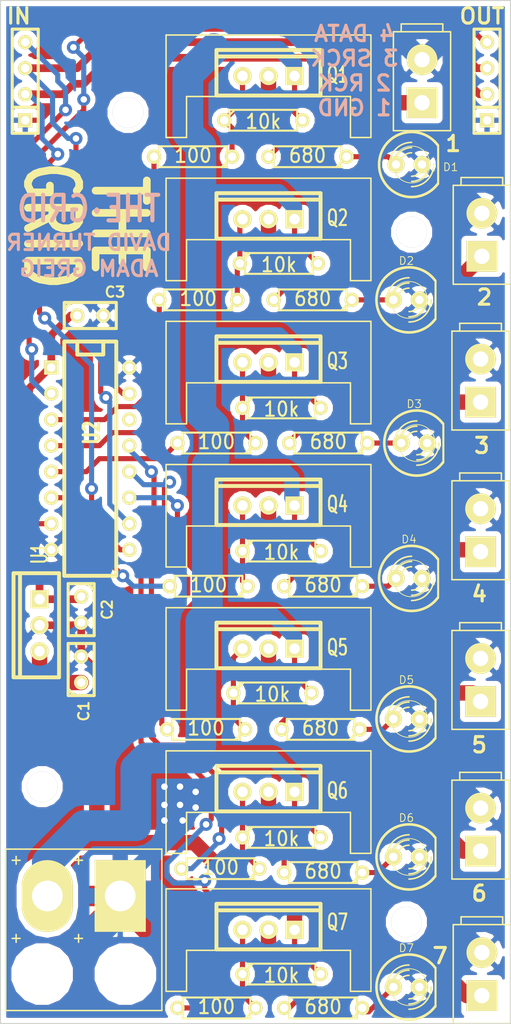
<source format=kicad_pcb>
(kicad_pcb (version 20171130) (host pcbnew "(5.1.12)-1")
  (layers (0 F.Cu signal) (31 B.Cu signal) (34 B.Paste user hide) (35 F.Paste user hide) (36 B.SilkS user hide) (37 F.SilkS user) (38 B.Mask user) (39 F.Mask user hide) (44 Edge.Cuts user))
  (net 0 "")
  (net 1 "Net-(D1-Pad1)")
  (net 2 GND)
  (net 3 "Net-(D2-Pad1)")
  (net 4 "Net-(D3-Pad1)")
  (net 5 "Net-(D4-Pad1)")
  (net 6 "Net-(D5-Pad1)")
  (net 7 "Net-(D6-Pad1)")
  (net 8 "Net-(D7-Pad1)")
  (net 9 "Net-(P4-Pad1)")
  (net 10 "Net-(P5-Pad1)")
  (net 11 "Net-(P7-Pad1)")
  (net 12 "Net-(P9-Pad1)")
  (net 13 "Net-(P10-Pad1)")
  (net 14 +12V)
  (net 15 "Net-(R2-Pad2)")
  (net 16 "Net-(R8-Pad2)")
  (net 17 "Net-(R14-Pad2)")
  (net 18 +5V)
  (net 19 "Net-(Q1-Pad2)")
  (net 20 "Net-(Q2-Pad2)")
  (net 21 "Net-(Q3-Pad2)")
  (net 22 "Net-(Q4-Pad2)")
  (net 23 "Net-(Q5-Pad2)")
  (net 24 "Net-(Q6-Pad2)")
  (net 25 "Net-(Q7-Pad2)")
  (net 26 "Net-(P2-Pad2)")
  (net 27 "Net-(P6-Pad1)")
  (net 28 "Net-(P8-Pad1)")
  (net 29 "Net-(R4-Pad2)")
  (net 30 "Net-(R6-Pad2)")
  (net 31 "Net-(R10-Pad2)")
  (net 32 "Net-(R12-Pad2)")
  (net 33 "Net-(P2-Pad3)")
  (net 34 "Net-(P2-Pad4)")
  (net 35 "Net-(P3-Pad4)")
  (module Sockets_DIP:DIP-16__300 (layer F.Cu) (at 130.175 63.5 270)
    (fp_text reference U2 (at -2.54 -0.127 270) (layer F.SilkS) (effects (font (size 1.524 1.143) (thickness 0.3048))))
    (fp_text value TPIC6C595 hide)
    (pad 1 thru_hole rect (at -8.89 3.81 270) (size 1.397 1.397) (drill 0.8128) (layers *.Cu *.Mask F.SilkS) (net 18 +5V))
    (pad 2 thru_hole circle (at -6.35 3.81 270) (size 1.397 1.397) (drill 0.8128) (layers *.Cu *.Mask F.SilkS) (net 34 "Net-(P2-Pad4)"))
    (pad 3 thru_hole circle (at -3.81 3.81 270) (size 1.397 1.397) (drill 0.8128) (layers *.Cu *.Mask F.SilkS) (net 15 "Net-(R2-Pad2)"))
    (pad 4 thru_hole circle (at -1.27 3.81 270) (size 1.397 1.397) (drill 0.8128) (layers *.Cu *.Mask F.SilkS) (net 29 "Net-(R4-Pad2)"))
    (pad 5 thru_hole circle (at 1.27 3.81 270) (size 1.397 1.397) (drill 0.8128) (layers *.Cu *.Mask F.SilkS) (net 30 "Net-(R6-Pad2)"))
    (pad 6 thru_hole circle (at 3.81 3.81 270) (size 1.397 1.397) (drill 0.8128) (layers *.Cu *.Mask F.SilkS) (net 16 "Net-(R8-Pad2)"))
    (pad 7 thru_hole circle (at 6.35 3.81 270) (size 1.397 1.397) (drill 0.8128) (layers *.Cu *.Mask F.SilkS) (net 18 +5V))
    (pad 8 thru_hole circle (at 8.89 3.81 270) (size 1.397 1.397) (drill 0.8128) (layers *.Cu *.Mask F.SilkS) (net 2 GND))
    (pad 9 thru_hole circle (at 8.89 -3.81 270) (size 1.397 1.397) (drill 0.8128) (layers *.Cu *.Mask F.SilkS) (net 35 "Net-(P3-Pad4)"))
    (pad 10 thru_hole circle (at 6.35 -3.81 270) (size 1.397 1.397) (drill 0.8128) (layers *.Cu *.Mask F.SilkS) (net 26 "Net-(P2-Pad2)"))
    (pad 11 thru_hole circle (at 3.81 -3.81 270) (size 1.397 1.397) (drill 0.8128) (layers *.Cu *.Mask F.SilkS) (net 17 "Net-(R14-Pad2)"))
    (pad 12 thru_hole circle (at 1.27 -3.81 270) (size 1.397 1.397) (drill 0.8128) (layers *.Cu *.Mask F.SilkS) (net 31 "Net-(R10-Pad2)"))
    (pad 13 thru_hole circle (at -1.27 -3.81 270) (size 1.397 1.397) (drill 0.8128) (layers *.Cu *.Mask F.SilkS) (net 32 "Net-(R12-Pad2)"))
    (pad 14 thru_hole circle (at -3.81 -3.81 270) (size 1.397 1.397) (drill 0.8128) (layers *.Cu *.Mask F.SilkS))
    (pad 15 thru_hole circle (at -6.35 -3.81 270) (size 1.397 1.397) (drill 0.8128) (layers *.Cu *.Mask F.SilkS) (net 33 "Net-(P2-Pad3)"))
    (pad 16 thru_hole circle (at -8.89 -3.81 270) (size 1.397 1.397) (drill 0.8128) (layers *.Cu *.Mask F.SilkS) (net 2 GND))
  )
  (module Discret:TO220_VERT (layer F.Cu) (at 125.222 79.756 180)
    (fp_text reference U1 (at 0 6.985 270) (layer F.SilkS) (effects (font (size 1.524 1.016) (thickness 0.2032))))
    (fp_text value UA7805CKCS hide)
    (pad 2 thru_hole circle (at 0 -2.54 180) (size 1.778 1.778) (drill 1.016) (layers *.Cu *.Mask F.SilkS) (net 14 +12V))
    (pad 3 thru_hole circle (at 0 0 180) (size 1.778 1.778) (drill 1.016) (layers *.Cu *.Mask F.SilkS) (net 2 GND))
    (pad 1 thru_hole rect (at 0 2.54 180) (size 1.778 1.778) (drill 1.016) (layers *.Cu *.Mask F.SilkS) (net 18 +5V))
  )
  (module LEDs:LED-5MM (layer F.Cu) (at 161.29 34.798)
    (fp_text reference D1 (at 4.064 0.254) (layer F.SilkS) (effects (font (size 0.762 0.762) (thickness 0.0889))))
    (fp_text value LED hide)
    (pad 1 thru_hole circle (at -1.27 0) (size 1.6764 1.6764) (drill 0.8128) (layers *.Cu *.Mask F.SilkS) (net 1 "Net-(D1-Pad1)"))
    (pad 2 thru_hole circle (at 1.27 0) (size 1.6764 1.6764) (drill 0.8128) (layers *.Cu *.Mask F.SilkS) (net 2 GND))
  )
  (module LEDs:LED-5MM (layer F.Cu) (at 161.036 48.006)
    (fp_text reference D2 (at 0 -3.81) (layer F.SilkS) (effects (font (size 0.762 0.762) (thickness 0.0889))))
    (fp_text value LED hide)
    (pad 1 thru_hole circle (at -1.27 0) (size 1.6764 1.6764) (drill 0.8128) (layers *.Cu *.Mask F.SilkS) (net 3 "Net-(D2-Pad1)"))
    (pad 2 thru_hole circle (at 1.27 0) (size 1.6764 1.6764) (drill 0.8128) (layers *.Cu *.Mask F.SilkS) (net 2 GND))
  )
  (module LEDs:LED-5MM (layer F.Cu) (at 161.798 61.976)
    (fp_text reference D3 (at 0 -3.81) (layer F.SilkS) (effects (font (size 0.762 0.762) (thickness 0.0889))))
    (fp_text value LED hide)
    (pad 1 thru_hole circle (at -1.27 0) (size 1.6764 1.6764) (drill 0.8128) (layers *.Cu *.Mask F.SilkS) (net 4 "Net-(D3-Pad1)"))
    (pad 2 thru_hole circle (at 1.27 0) (size 1.6764 1.6764) (drill 0.8128) (layers *.Cu *.Mask F.SilkS) (net 2 GND))
  )
  (module LEDs:LED-5MM (layer F.Cu) (at 161.29 75.184)
    (fp_text reference D4 (at 0 -3.81) (layer F.SilkS) (effects (font (size 0.762 0.762) (thickness 0.0889))))
    (fp_text value LED hide)
    (pad 1 thru_hole circle (at -1.27 0) (size 1.6764 1.6764) (drill 0.8128) (layers *.Cu *.Mask F.SilkS) (net 5 "Net-(D4-Pad1)"))
    (pad 2 thru_hole circle (at 1.27 0) (size 1.6764 1.6764) (drill 0.8128) (layers *.Cu *.Mask F.SilkS) (net 2 GND))
  )
  (module LEDs:LED-5MM (layer F.Cu) (at 161.036 88.9)
    (fp_text reference D5 (at 0 -3.81) (layer F.SilkS) (effects (font (size 0.762 0.762) (thickness 0.0889))))
    (fp_text value LED hide)
    (pad 1 thru_hole circle (at -1.27 0) (size 1.6764 1.6764) (drill 0.8128) (layers *.Cu *.Mask F.SilkS) (net 6 "Net-(D5-Pad1)"))
    (pad 2 thru_hole circle (at 1.27 0) (size 1.6764 1.6764) (drill 0.8128) (layers *.Cu *.Mask F.SilkS) (net 2 GND))
  )
  (module LEDs:LED-5MM (layer F.Cu) (at 161.036 102.362)
    (fp_text reference D6 (at 0 -3.81) (layer F.SilkS) (effects (font (size 0.762 0.762) (thickness 0.0889))))
    (fp_text value LED hide)
    (pad 1 thru_hole circle (at -1.27 0) (size 1.6764 1.6764) (drill 0.8128) (layers *.Cu *.Mask F.SilkS) (net 7 "Net-(D6-Pad1)"))
    (pad 2 thru_hole circle (at 1.27 0) (size 1.6764 1.6764) (drill 0.8128) (layers *.Cu *.Mask F.SilkS) (net 2 GND))
  )
  (module LEDs:LED-5MM (layer F.Cu) (at 161.036 115.062)
    (fp_text reference D7 (at 0 -3.81) (layer F.SilkS) (effects (font (size 0.762 0.762) (thickness 0.0889))))
    (fp_text value LED hide)
    (pad 1 thru_hole circle (at -1.27 0) (size 1.6764 1.6764) (drill 0.8128) (layers *.Cu *.Mask F.SilkS) (net 8 "Net-(D7-Pad1)"))
    (pad 2 thru_hole circle (at 1.27 0) (size 1.6764 1.6764) (drill 0.8128) (layers *.Cu *.Mask F.SilkS) (net 2 GND))
  )
  (module Discret:C1 (layer F.Cu) (at 129.286 84.074 90)
    (fp_text reference C1 (at -4.064 0.254 90) (layer F.SilkS) (effects (font (size 1.016 1.016) (thickness 0.2032))))
    (fp_text value .33u hide)
    (pad 1 thru_hole circle (at -1.27 0 90) (size 1.397 1.397) (drill 0.8128) (layers *.Cu *.Mask F.SilkS) (net 14 +12V))
    (pad 2 thru_hole circle (at 1.27 0 90) (size 1.397 1.397) (drill 0.8128) (layers *.Cu *.Mask F.SilkS) (net 2 GND))
  )
  (module Discret:C1 (layer F.Cu) (at 129.286 78.232 270)
    (fp_text reference C2 (at 0 -2.54 270) (layer F.SilkS) (effects (font (size 1.016 1.016) (thickness 0.2032))))
    (fp_text value .1u hide)
    (pad 1 thru_hole circle (at -1.27 0 270) (size 1.397 1.397) (drill 0.8128) (layers *.Cu *.Mask F.SilkS) (net 18 +5V))
    (pad 2 thru_hole circle (at 1.27 0 270) (size 1.397 1.397) (drill 0.8128) (layers *.Cu *.Mask F.SilkS) (net 2 GND))
  )
  (module Discret:C1 (layer F.Cu) (at 130.175 49.53)
    (fp_text reference C3 (at 2.413 -2.286) (layer F.SilkS) (effects (font (size 1.016 1.016) (thickness 0.2032))))
    (fp_text value 100n hide)
    (pad 1 thru_hole circle (at -1.27 0) (size 1.397 1.397) (drill 0.8128) (layers *.Cu *.Mask F.SilkS) (net 18 +5V))
    (pad 2 thru_hole circle (at 1.27 0) (size 1.397 1.397) (drill 0.8128) (layers *.Cu *.Mask F.SilkS) (net 2 GND))
  )
  (module solder_pad:SIL-2 (layer F.Cu) (at 129.54 107.188 180)
    (fp_text reference P1 hide)
    (fp_text value POWER hide)
    (fp_text user + (at 0.508 -3.048 180) (layer F.SilkS))
    (fp_text user + (at 6.604 -3.048 180) (layer F.SilkS))
    (fp_text user + (at 0.508 4.572 180) (layer F.SilkS))
    (fp_text user + (at 6.604 4.572 180) (layer F.SilkS))
    (pad 1 thru_hole rect (at -3.556 1.016 180) (size 5 7) (drill 3) (layers *.Cu *.Mask F.SilkS) (net 2 GND))
    (pad 2 thru_hole oval (at 3.556 1.016 180) (size 5 7) (drill 3) (layers *.Cu *.Mask F.SilkS) (net 14 +12V))
    (pad "" np_thru_hole circle (at -4.064 -6.604 180) (size 5 5) (drill 5) (layers *.Cu *.Mask F.SilkS))
    (pad "" np_thru_hole circle (at 4.064 -6.604 180) (size 5 5) (drill 5) (layers *.Cu *.Mask F.SilkS))
  )
  (module Connect:SIL-4 (layer F.Cu) (at 123.825 26.67 90)
    (fp_text reference P2 hide)
    (fp_text value SHIFT_IN hide)
    (pad 1 thru_hole rect (at -3.81 0 90) (size 1.397 1.397) (drill 0.8128) (layers *.Cu *.Mask F.SilkS) (net 2 GND))
    (pad 2 thru_hole circle (at -1.27 0 90) (size 1.397 1.397) (drill 0.8128) (layers *.Cu *.Mask F.SilkS) (net 26 "Net-(P2-Pad2)"))
    (pad 3 thru_hole circle (at 1.27 0 90) (size 1.397 1.397) (drill 0.8128) (layers *.Cu *.Mask F.SilkS) (net 33 "Net-(P2-Pad3)"))
    (pad 4 thru_hole circle (at 3.81 0 90) (size 1.397 1.397) (drill 0.8128) (layers *.Cu *.Mask F.SilkS) (net 34 "Net-(P2-Pad4)"))
  )
  (module Connect:SIL-4 (layer F.Cu) (at 168.91 26.67 90)
    (fp_text reference P3 hide)
    (fp_text value SHIFT_OUT hide)
    (pad 1 thru_hole rect (at -3.81 0 90) (size 1.397 1.397) (drill 0.8128) (layers *.Cu *.Mask F.SilkS) (net 2 GND))
    (pad 2 thru_hole circle (at -1.27 0 90) (size 1.397 1.397) (drill 0.8128) (layers *.Cu *.Mask F.SilkS) (net 26 "Net-(P2-Pad2)"))
    (pad 3 thru_hole circle (at 1.27 0 90) (size 1.397 1.397) (drill 0.8128) (layers *.Cu *.Mask F.SilkS) (net 33 "Net-(P2-Pad3)"))
    (pad 4 thru_hole circle (at 3.81 0 90) (size 1.397 1.397) (drill 0.8128) (layers *.Cu *.Mask F.SilkS) (net 35 "Net-(P3-Pad4)"))
  )
  (module TO220_hs:TO220_VERT (layer F.Cu) (at 147.574 26.162 90)
    (fp_text reference Q1 (at 0.127 6.731 180) (layer F.SilkS) (effects (font (size 1.524 1.016) (thickness 0.2032))))
    (fp_text value FQP7P06 hide)
    (pad 2 thru_hole circle (at 0 -2.54 90) (size 1.778 1.778) (drill 1.016) (layers *.Cu *.Mask F.SilkS) (net 19 "Net-(Q1-Pad2)"))
    (pad 3 thru_hole circle (at 0 0 90) (size 1.778 1.778) (drill 1.016) (layers *.Cu *.Mask F.SilkS) (net 9 "Net-(P4-Pad1)"))
    (pad 1 thru_hole rect (at 0 2.54 90) (size 1.778 1.778) (drill 1.016) (layers *.Cu *.Mask F.SilkS) (net 14 +12V))
  )
  (module TO220_hs:TO220_VERT (layer F.Cu) (at 147.574 40.132 90)
    (fp_text reference Q2 (at 0.127 6.731 180) (layer F.SilkS) (effects (font (size 1.524 1.016) (thickness 0.2032))))
    (fp_text value FQP7P06 hide)
    (pad 2 thru_hole circle (at 0 -2.54 90) (size 1.778 1.778) (drill 1.016) (layers *.Cu *.Mask F.SilkS) (net 20 "Net-(Q2-Pad2)"))
    (pad 3 thru_hole circle (at 0 0 90) (size 1.778 1.778) (drill 1.016) (layers *.Cu *.Mask F.SilkS) (net 10 "Net-(P5-Pad1)"))
    (pad 1 thru_hole rect (at 0 2.54 90) (size 1.778 1.778) (drill 1.016) (layers *.Cu *.Mask F.SilkS) (net 14 +12V))
  )
  (module TO220_hs:TO220_VERT (layer F.Cu) (at 147.574 54.102 90)
    (fp_text reference Q3 (at 0.127 6.731 180) (layer F.SilkS) (effects (font (size 1.524 1.016) (thickness 0.2032))))
    (fp_text value FQP7P06 hide)
    (pad 2 thru_hole circle (at 0 -2.54 90) (size 1.778 1.778) (drill 1.016) (layers *.Cu *.Mask F.SilkS) (net 21 "Net-(Q3-Pad2)"))
    (pad 3 thru_hole circle (at 0 0 90) (size 1.778 1.778) (drill 1.016) (layers *.Cu *.Mask F.SilkS) (net 27 "Net-(P6-Pad1)"))
    (pad 1 thru_hole rect (at 0 2.54 90) (size 1.778 1.778) (drill 1.016) (layers *.Cu *.Mask F.SilkS) (net 14 +12V))
  )
  (module TO220_hs:TO220_VERT (layer F.Cu) (at 147.574 68.072 90)
    (fp_text reference Q4 (at 0.127 6.731 180) (layer F.SilkS) (effects (font (size 1.524 1.016) (thickness 0.2032))))
    (fp_text value FQP7P06 hide)
    (pad 2 thru_hole circle (at 0 -2.54 90) (size 1.778 1.778) (drill 1.016) (layers *.Cu *.Mask F.SilkS) (net 22 "Net-(Q4-Pad2)"))
    (pad 3 thru_hole circle (at 0 0 90) (size 1.778 1.778) (drill 1.016) (layers *.Cu *.Mask F.SilkS) (net 11 "Net-(P7-Pad1)"))
    (pad 1 thru_hole rect (at 0 2.54 90) (size 1.778 1.778) (drill 1.016) (layers *.Cu *.Mask F.SilkS) (net 14 +12V))
  )
  (module TO220_hs:TO220_VERT (layer F.Cu) (at 147.574 82.042 90)
    (fp_text reference Q5 (at 0.127 6.731 180) (layer F.SilkS) (effects (font (size 1.524 1.016) (thickness 0.2032))))
    (fp_text value FQP7P06 hide)
    (pad 2 thru_hole circle (at 0 -2.54 90) (size 1.778 1.778) (drill 1.016) (layers *.Cu *.Mask F.SilkS) (net 23 "Net-(Q5-Pad2)"))
    (pad 3 thru_hole circle (at 0 0 90) (size 1.778 1.778) (drill 1.016) (layers *.Cu *.Mask F.SilkS) (net 28 "Net-(P8-Pad1)"))
    (pad 1 thru_hole rect (at 0 2.54 90) (size 1.778 1.778) (drill 1.016) (layers *.Cu *.Mask F.SilkS) (net 14 +12V))
  )
  (module TO220_hs:TO220_VERT (layer F.Cu) (at 147.574 96.012 90)
    (fp_text reference Q6 (at 0.127 6.731 180) (layer F.SilkS) (effects (font (size 1.524 1.016) (thickness 0.2032))))
    (fp_text value FQP7P06 hide)
    (pad 2 thru_hole circle (at 0 -2.54 90) (size 1.778 1.778) (drill 1.016) (layers *.Cu *.Mask F.SilkS) (net 24 "Net-(Q6-Pad2)"))
    (pad 3 thru_hole circle (at 0 0 90) (size 1.778 1.778) (drill 1.016) (layers *.Cu *.Mask F.SilkS) (net 12 "Net-(P9-Pad1)"))
    (pad 1 thru_hole rect (at 0 2.54 90) (size 1.778 1.778) (drill 1.016) (layers *.Cu *.Mask F.SilkS) (net 14 +12V))
  )
  (module TO220_hs:TO220_VERT (layer F.Cu) (at 147.574 109.474 90)
    (fp_text reference Q7 (at 0.762 6.731 180) (layer F.SilkS) (effects (font (size 1.524 1.016) (thickness 0.2032))))
    (fp_text value FQP7P06 hide)
    (pad 2 thru_hole circle (at 0 -2.54 90) (size 1.778 1.778) (drill 1.016) (layers *.Cu *.Mask F.SilkS) (net 25 "Net-(Q7-Pad2)"))
    (pad 3 thru_hole circle (at 0 0 90) (size 1.778 1.778) (drill 1.016) (layers *.Cu *.Mask F.SilkS) (net 13 "Net-(P10-Pad1)"))
    (pad 1 thru_hole rect (at 0 2.54 90) (size 1.778 1.778) (drill 1.016) (layers *.Cu *.Mask F.SilkS) (net 14 +12V))
  )
  (module Discret:R3 (layer F.Cu) (at 147.066 30.48)
    (fp_text reference R1 hide)
    (fp_text value 10k (at 0 0.127) (layer F.SilkS) (effects (font (size 1.397 1.27) (thickness 0.2032))))
    (pad 1 thru_hole circle (at -3.81 0) (size 1.397 1.397) (drill 0.8128) (layers *.Cu *.Mask F.SilkS) (net 19 "Net-(Q1-Pad2)"))
    (pad 2 thru_hole circle (at 3.81 0) (size 1.397 1.397) (drill 0.8128) (layers *.Cu *.Mask F.SilkS) (net 14 +12V))
  )
  (module Discret:R3 (layer F.Cu) (at 140.208 34.036 180)
    (fp_text reference R2 hide)
    (fp_text value 100 (at 0 0.127 180) (layer F.SilkS) (effects (font (size 1.397 1.27) (thickness 0.2032))))
    (pad 1 thru_hole circle (at -3.81 0 180) (size 1.397 1.397) (drill 0.8128) (layers *.Cu *.Mask F.SilkS) (net 19 "Net-(Q1-Pad2)"))
    (pad 2 thru_hole circle (at 3.81 0 180) (size 1.397 1.397) (drill 0.8128) (layers *.Cu *.Mask F.SilkS) (net 15 "Net-(R2-Pad2)"))
  )
  (module Discret:R3 (layer F.Cu) (at 148.59 44.45)
    (fp_text reference R3 hide)
    (fp_text value 10k (at 0 0.127) (layer F.SilkS) (effects (font (size 1.397 1.27) (thickness 0.2032))))
    (pad 1 thru_hole circle (at -3.81 0) (size 1.397 1.397) (drill 0.8128) (layers *.Cu *.Mask F.SilkS) (net 20 "Net-(Q2-Pad2)"))
    (pad 2 thru_hole circle (at 3.81 0) (size 1.397 1.397) (drill 0.8128) (layers *.Cu *.Mask F.SilkS) (net 14 +12V))
  )
  (module Discret:R3 (layer F.Cu) (at 140.716 48.006 180)
    (fp_text reference R4 hide)
    (fp_text value 100 (at 0 0.127 180) (layer F.SilkS) (effects (font (size 1.397 1.27) (thickness 0.2032))))
    (pad 1 thru_hole circle (at -3.81 0 180) (size 1.397 1.397) (drill 0.8128) (layers *.Cu *.Mask F.SilkS) (net 20 "Net-(Q2-Pad2)"))
    (pad 2 thru_hole circle (at 3.81 0 180) (size 1.397 1.397) (drill 0.8128) (layers *.Cu *.Mask F.SilkS) (net 29 "Net-(R4-Pad2)"))
  )
  (module Discret:R3 (layer F.Cu) (at 148.844 58.547)
    (fp_text reference R5 hide)
    (fp_text value 10k (at 0 0.127) (layer F.SilkS) (effects (font (size 1.397 1.27) (thickness 0.2032))))
    (pad 1 thru_hole circle (at -3.81 0) (size 1.397 1.397) (drill 0.8128) (layers *.Cu *.Mask F.SilkS) (net 21 "Net-(Q3-Pad2)"))
    (pad 2 thru_hole circle (at 3.81 0) (size 1.397 1.397) (drill 0.8128) (layers *.Cu *.Mask F.SilkS) (net 14 +12V))
  )
  (module Discret:R3 (layer F.Cu) (at 142.494 61.976 180)
    (fp_text reference R6 hide)
    (fp_text value 100 (at 0 0.127 180) (layer F.SilkS) (effects (font (size 1.397 1.27) (thickness 0.2032))))
    (pad 1 thru_hole circle (at -3.81 0 180) (size 1.397 1.397) (drill 0.8128) (layers *.Cu *.Mask F.SilkS) (net 21 "Net-(Q3-Pad2)"))
    (pad 2 thru_hole circle (at 3.81 0 180) (size 1.397 1.397) (drill 0.8128) (layers *.Cu *.Mask F.SilkS) (net 30 "Net-(R6-Pad2)"))
  )
  (module Discret:R3 (layer F.Cu) (at 148.844 72.517)
    (fp_text reference R7 hide)
    (fp_text value 10k (at 0 0.127) (layer F.SilkS) (effects (font (size 1.397 1.27) (thickness 0.2032))))
    (pad 1 thru_hole circle (at -3.81 0) (size 1.397 1.397) (drill 0.8128) (layers *.Cu *.Mask F.SilkS) (net 22 "Net-(Q4-Pad2)"))
    (pad 2 thru_hole circle (at 3.81 0) (size 1.397 1.397) (drill 0.8128) (layers *.Cu *.Mask F.SilkS) (net 14 +12V))
  )
  (module Discret:R3 (layer F.Cu) (at 141.732 75.946 180)
    (fp_text reference R8 hide)
    (fp_text value 100 (at 0 0.127 180) (layer F.SilkS) (effects (font (size 1.397 1.27) (thickness 0.2032))))
    (pad 1 thru_hole circle (at -3.81 0 180) (size 1.397 1.397) (drill 0.8128) (layers *.Cu *.Mask F.SilkS) (net 22 "Net-(Q4-Pad2)"))
    (pad 2 thru_hole circle (at 3.81 0 180) (size 1.397 1.397) (drill 0.8128) (layers *.Cu *.Mask F.SilkS) (net 16 "Net-(R8-Pad2)"))
  )
  (module Discret:R3 (layer F.Cu) (at 148.844 100.457)
    (fp_text reference R9 hide)
    (fp_text value 10k (at 0 0.127) (layer F.SilkS) (effects (font (size 1.397 1.27) (thickness 0.2032))))
    (pad 1 thru_hole circle (at -3.81 0) (size 1.397 1.397) (drill 0.8128) (layers *.Cu *.Mask F.SilkS) (net 24 "Net-(Q6-Pad2)"))
    (pad 2 thru_hole circle (at 3.81 0) (size 1.397 1.397) (drill 0.8128) (layers *.Cu *.Mask F.SilkS) (net 14 +12V))
  )
  (module Discret:R3 (layer F.Cu) (at 142.875 103.505 180)
    (fp_text reference R10 hide)
    (fp_text value 100 (at 0 0.127 180) (layer F.SilkS) (effects (font (size 1.397 1.27) (thickness 0.2032))))
    (pad 1 thru_hole circle (at -3.81 0 180) (size 1.397 1.397) (drill 0.8128) (layers *.Cu *.Mask F.SilkS) (net 24 "Net-(Q6-Pad2)"))
    (pad 2 thru_hole circle (at 3.81 0 180) (size 1.397 1.397) (drill 0.8128) (layers *.Cu *.Mask F.SilkS) (net 31 "Net-(R10-Pad2)"))
  )
  (module Discret:R3 (layer F.Cu) (at 148.844 113.792)
    (fp_text reference R11 hide)
    (fp_text value 10k (at 0 0.127) (layer F.SilkS) (effects (font (size 1.397 1.27) (thickness 0.2032))))
    (pad 1 thru_hole circle (at -3.81 0) (size 1.397 1.397) (drill 0.8128) (layers *.Cu *.Mask F.SilkS) (net 25 "Net-(Q7-Pad2)"))
    (pad 2 thru_hole circle (at 3.81 0) (size 1.397 1.397) (drill 0.8128) (layers *.Cu *.Mask F.SilkS) (net 14 +12V))
  )
  (module Discret:R3 (layer F.Cu) (at 142.494 117.094 180)
    (fp_text reference R12 hide)
    (fp_text value 100 (at 0 0.127 180) (layer F.SilkS) (effects (font (size 1.397 1.27) (thickness 0.2032))))
    (pad 1 thru_hole circle (at -3.81 0 180) (size 1.397 1.397) (drill 0.8128) (layers *.Cu *.Mask F.SilkS) (net 25 "Net-(Q7-Pad2)"))
    (pad 2 thru_hole circle (at 3.81 0 180) (size 1.397 1.397) (drill 0.8128) (layers *.Cu *.Mask F.SilkS) (net 32 "Net-(R12-Pad2)"))
  )
  (module Discret:R3 (layer F.Cu) (at 147.955 86.36)
    (fp_text reference R13 hide)
    (fp_text value 10k (at 0 0.127) (layer F.SilkS) (effects (font (size 1.397 1.27) (thickness 0.2032))))
    (pad 1 thru_hole circle (at -3.81 0) (size 1.397 1.397) (drill 0.8128) (layers *.Cu *.Mask F.SilkS) (net 23 "Net-(Q5-Pad2)"))
    (pad 2 thru_hole circle (at 3.81 0) (size 1.397 1.397) (drill 0.8128) (layers *.Cu *.Mask F.SilkS) (net 14 +12V))
  )
  (module Discret:R3 (layer F.Cu) (at 141.478 89.916 180)
    (fp_text reference R14 hide)
    (fp_text value 100 (at 0 0.127 180) (layer F.SilkS) (effects (font (size 1.397 1.27) (thickness 0.2032))))
    (pad 1 thru_hole circle (at -3.81 0 180) (size 1.397 1.397) (drill 0.8128) (layers *.Cu *.Mask F.SilkS) (net 23 "Net-(Q5-Pad2)"))
    (pad 2 thru_hole circle (at 3.81 0 180) (size 1.397 1.397) (drill 0.8128) (layers *.Cu *.Mask F.SilkS) (net 17 "Net-(R14-Pad2)"))
  )
  (module Discret:R3 (layer F.Cu) (at 151.384 34.036 180)
    (fp_text reference R15 hide)
    (fp_text value 680 (at 0 0.127 180) (layer F.SilkS) (effects (font (size 1.397 1.27) (thickness 0.2032))))
    (pad 1 thru_hole circle (at -3.81 0 180) (size 1.397 1.397) (drill 0.8128) (layers *.Cu *.Mask F.SilkS) (net 1 "Net-(D1-Pad1)"))
    (pad 2 thru_hole circle (at 3.81 0 180) (size 1.397 1.397) (drill 0.8128) (layers *.Cu *.Mask F.SilkS) (net 9 "Net-(P4-Pad1)"))
  )
  (module Discret:R3 (layer F.Cu) (at 151.892 48.006 180)
    (fp_text reference R16 hide)
    (fp_text value 680 (at 0 0.127 180) (layer F.SilkS) (effects (font (size 1.397 1.27) (thickness 0.2032))))
    (pad 1 thru_hole circle (at -3.81 0 180) (size 1.397 1.397) (drill 0.8128) (layers *.Cu *.Mask F.SilkS) (net 3 "Net-(D2-Pad1)"))
    (pad 2 thru_hole circle (at 3.81 0 180) (size 1.397 1.397) (drill 0.8128) (layers *.Cu *.Mask F.SilkS) (net 10 "Net-(P5-Pad1)"))
  )
  (module Discret:R3 (layer F.Cu) (at 153.416 61.976 180)
    (fp_text reference R17 hide)
    (fp_text value 680 (at 0 0.127 180) (layer F.SilkS) (effects (font (size 1.397 1.27) (thickness 0.2032))))
    (pad 1 thru_hole circle (at -3.81 0 180) (size 1.397 1.397) (drill 0.8128) (layers *.Cu *.Mask F.SilkS) (net 4 "Net-(D3-Pad1)"))
    (pad 2 thru_hole circle (at 3.81 0 180) (size 1.397 1.397) (drill 0.8128) (layers *.Cu *.Mask F.SilkS) (net 27 "Net-(P6-Pad1)"))
  )
  (module Discret:R3 (layer F.Cu) (at 152.908 75.946 180)
    (fp_text reference R18 hide)
    (fp_text value 680 (at 0 0.127 180) (layer F.SilkS) (effects (font (size 1.397 1.27) (thickness 0.2032))))
    (pad 1 thru_hole circle (at -3.81 0 180) (size 1.397 1.397) (drill 0.8128) (layers *.Cu *.Mask F.SilkS) (net 5 "Net-(D4-Pad1)"))
    (pad 2 thru_hole circle (at 3.81 0 180) (size 1.397 1.397) (drill 0.8128) (layers *.Cu *.Mask F.SilkS) (net 11 "Net-(P7-Pad1)"))
  )
  (module Discret:R3 (layer F.Cu) (at 152.654 89.916 180)
    (fp_text reference R19 hide)
    (fp_text value 680 (at 0 0.127 180) (layer F.SilkS) (effects (font (size 1.397 1.27) (thickness 0.2032))))
    (pad 1 thru_hole circle (at -3.81 0 180) (size 1.397 1.397) (drill 0.8128) (layers *.Cu *.Mask F.SilkS) (net 6 "Net-(D5-Pad1)"))
    (pad 2 thru_hole circle (at 3.81 0 180) (size 1.397 1.397) (drill 0.8128) (layers *.Cu *.Mask F.SilkS) (net 28 "Net-(P8-Pad1)"))
  )
  (module Discret:R3 (layer F.Cu) (at 152.908 103.886 180)
    (fp_text reference R20 hide)
    (fp_text value 680 (at 0 0.127 180) (layer F.SilkS) (effects (font (size 1.397 1.27) (thickness 0.2032))))
    (pad 1 thru_hole circle (at -3.81 0 180) (size 1.397 1.397) (drill 0.8128) (layers *.Cu *.Mask F.SilkS) (net 7 "Net-(D6-Pad1)"))
    (pad 2 thru_hole circle (at 3.81 0 180) (size 1.397 1.397) (drill 0.8128) (layers *.Cu *.Mask F.SilkS) (net 12 "Net-(P9-Pad1)"))
  )
  (module Discret:R3 (layer F.Cu) (at 152.908 117.094 180)
    (fp_text reference R21 hide)
    (fp_text value 680 (at 0 0.127 180) (layer F.SilkS) (effects (font (size 1.397 1.27) (thickness 0.2032))))
    (pad 1 thru_hole circle (at -3.81 0 180) (size 1.397 1.397) (drill 0.8128) (layers *.Cu *.Mask F.SilkS) (net 8 "Net-(D7-Pad1)"))
    (pad 2 thru_hole circle (at 3.81 0 180) (size 1.397 1.397) (drill 0.8128) (layers *.Cu *.Mask F.SilkS) (net 13 "Net-(P10-Pad1)"))
  )
  (module minipower:SIL-2 (layer F.Cu) (at 162.56 26.67 90)
    (fp_text reference P4 hide)
    (fp_text value CONN_2 hide)
    (pad 1 thru_hole rect (at -2.1 0 90) (size 3 3) (drill 1.5) (layers *.Cu *.Mask F.SilkS) (net 9 "Net-(P4-Pad1)"))
    (pad 2 thru_hole circle (at 2.1 0 90) (size 3 3) (drill 1.5) (layers *.Cu *.Mask F.SilkS) (net 2 GND))
  )
  (module minipower:SIL-2 (layer F.Cu) (at 168.402 41.656 90)
    (fp_text reference P5 hide)
    (fp_text value CONN_2 hide)
    (pad 1 thru_hole rect (at -2.1 0 90) (size 3 3) (drill 1.5) (layers *.Cu *.Mask F.SilkS) (net 10 "Net-(P5-Pad1)"))
    (pad 2 thru_hole circle (at 2.1 0 90) (size 3 3) (drill 1.5) (layers *.Cu *.Mask F.SilkS) (net 2 GND))
  )
  (module minipower:SIL-2 (layer F.Cu) (at 168.275 55.88 90)
    (fp_text reference P6 hide)
    (fp_text value CONN_2 hide)
    (pad 1 thru_hole rect (at -2.1 0 90) (size 3 3) (drill 1.5) (layers *.Cu *.Mask F.SilkS) (net 27 "Net-(P6-Pad1)"))
    (pad 2 thru_hole circle (at 2.1 0 90) (size 3 3) (drill 1.5) (layers *.Cu *.Mask F.SilkS) (net 2 GND))
  )
  (module minipower:SIL-2 (layer F.Cu) (at 168.275 70.485 90)
    (fp_text reference P7 hide)
    (fp_text value CONN_2 hide)
    (pad 1 thru_hole rect (at -2.1 0 90) (size 3 3) (drill 1.5) (layers *.Cu *.Mask F.SilkS) (net 11 "Net-(P7-Pad1)"))
    (pad 2 thru_hole circle (at 2.1 0 90) (size 3 3) (drill 1.5) (layers *.Cu *.Mask F.SilkS) (net 2 GND))
  )
  (module minipower:SIL-2 (layer F.Cu) (at 168.275 85.09 90)
    (fp_text reference P8 hide)
    (fp_text value CONN_2 hide)
    (pad 1 thru_hole rect (at -2.1 0 90) (size 3 3) (drill 1.5) (layers *.Cu *.Mask F.SilkS) (net 28 "Net-(P8-Pad1)"))
    (pad 2 thru_hole circle (at 2.1 0 90) (size 3 3) (drill 1.5) (layers *.Cu *.Mask F.SilkS) (net 2 GND))
  )
  (module minipower:SIL-2 (layer F.Cu) (at 168.275 99.695 90)
    (fp_text reference P9 hide)
    (fp_text value CONN_2 hide)
    (pad 1 thru_hole rect (at -2.1 0 90) (size 3 3) (drill 1.5) (layers *.Cu *.Mask F.SilkS) (net 12 "Net-(P9-Pad1)"))
    (pad 2 thru_hole circle (at 2.1 0 90) (size 3 3) (drill 1.5) (layers *.Cu *.Mask F.SilkS) (net 2 GND))
  )
  (module minipower:SIL-2 (layer F.Cu) (at 168.402 113.792 90)
    (fp_text reference P10 hide)
    (fp_text value CONN_2 hide)
    (pad 1 thru_hole rect (at -2.1 0 90) (size 3 3) (drill 1.5) (layers *.Cu *.Mask F.SilkS) (net 13 "Net-(P10-Pad1)"))
    (pad 2 thru_hole circle (at 2.1 0 90) (size 3 3) (drill 1.5) (layers *.Cu *.Mask F.SilkS) (net 2 GND))
  )
  (module Mounting_Holes:MountingHole_3mm (layer F.Cu) (at 133.858 29.718)
    (fp_text reference MH hide)
    (fp_text value MountingHole_3mm_RevA_Date21Jun2010 hide)
    (pad 1 thru_hole circle (at 0 0) (size 2.99974 2.99974) (drill 2.99974) (layers))
  )
  (module Mounting_Holes:MountingHole_3mm (layer F.Cu) (at 125.476 95.504)
    (fp_text reference MH hide)
    (fp_text value MountingHole_3mm_RevA_Date21Jun2010 hide)
    (pad 1 thru_hole circle (at 0 0) (size 2.99974 2.99974) (drill 2.99974) (layers))
  )
  (module Mounting_Holes:MountingHole_3mm (layer F.Cu) (at 161.036 108.712)
    (fp_text reference MH hide)
    (fp_text value MountingHole_3mm_RevA_Date21Jun2010 hide)
    (pad 1 thru_hole circle (at 0 0) (size 2.99974 2.99974) (drill 2.99974) (layers))
  )
  (module Mounting_Holes:MountingHole_3mm (layer F.Cu) (at 161.544 41.402)
    (fp_text reference MH hide)
    (fp_text value MountingHole_3mm_RevA_Date21Jun2010 hide)
    (pad 1 thru_hole circle (at 0 0) (size 2.99974 2.99974) (drill 2.99974) (layers))
  )
  (gr_text GRID (at 126.365 40.767 270) (layer F.SilkS) (effects (font (size 5 3.5) (thickness 0.75))))
  (gr_line (start 121.412 118.618) (end 171.196 118.618) (angle 90) (layer Edge.Cuts) (width 0.1))
  (gr_line (start 121.412 118.618) (end 121.412 18.796) (angle 90) (layer Edge.Cuts) (width 0.1))
  (gr_line (start 171.196 18.796) (end 121.412 18.796) (angle 90) (layer Edge.Cuts) (width 0.1))
  (gr_line (start 171.196 118.618) (end 171.196 18.796) (angle 90) (layer Edge.Cuts) (width 0.1))
  (gr_text 7 (at 164.338 112.014) (layer F.SilkS) (effects (font (size 1.5 1.5) (thickness 0.3))))
  (gr_text 6 (at 168.148 105.918) (layer F.SilkS) (effects (font (size 1.5 1.5) (thickness 0.3))))
  (gr_text 5 (at 168.148 91.44) (layer F.SilkS) (effects (font (size 1.5 1.5) (thickness 0.3))))
  (gr_text 4 (at 168.148 76.708) (layer F.SilkS) (effects (font (size 1.5 1.5) (thickness 0.3))))
  (gr_text 3 (at 168.402 62.23) (layer F.SilkS) (effects (font (size 1.5 1.5) (thickness 0.3))))
  (gr_text 1 (at 165.608 32.766) (layer F.SilkS) (effects (font (size 1.5 1.5) (thickness 0.3))))
  (gr_text 2 (at 168.656 47.752) (layer F.SilkS) (effects (font (size 1.5 1.5) (thickness 0.3))))
  (gr_text "ADAM GREIG" (at 130.048 44.958) (layer B.SilkS) (effects (font (size 1.5 1.5) (thickness 0.3)) (justify mirror)))
  (gr_text "DAVID TURNER" (at 130.048 42.418) (layer B.SilkS) (effects (font (size 1.5 1.5) (thickness 0.3)) (justify mirror)))
  (gr_text THE·GRID (at 130.048 39.116) (layer B.SilkS) (effects (font (size 2.5 2) (thickness 0.4)) (justify mirror)))
  (gr_text "4 DATA\n3 SRCK\n2 RCK\n1 GND" (at 155.956 25.654) (layer B.SilkS) (effects (font (size 1.5 1.5) (thickness 0.3)) (justify mirror)))
  (gr_text OUT (at 168.402 20.32) (layer F.SilkS) (effects (font (size 1.5 1.5) (thickness 0.3))))
  (gr_text IN (at 123.19 20.32) (layer F.SilkS) (effects (font (size 1.5 1.5) (thickness 0.3))))
  (gr_text THE (at 132.969 40.767 270) (layer F.SilkS) (effects (font (size 5 3.5) (thickness 0.75))))
  (segment (start 158.496 34.036) (end 159.258 34.036) (width 0.5) (layer F.Cu) (net 1))
  (segment (start 155.194 34.036) (end 158.496 34.036) (width 0.5) (layer F.Cu) (net 1))
  (segment (start 159.258 34.036) (end 160.02 34.798) (width 0.5) (layer F.Cu) (net 1))
  (segment (start 129.286 79.502) (end 129.286 82.804) (width 0.75) (layer F.Cu) (net 2))
  (segment (start 125.222 79.756) (end 129.032 79.756) (width 0.75) (layer F.Cu) (net 2))
  (segment (start 129.032 79.756) (end 129.286 79.502) (width 0.75) (layer F.Cu) (net 2))
  (segment (start 129.286 82.804) (end 129.794 82.804) (width 0.254) (layer F.Cu) (net 2))
  (segment (start 135.636 106.172) (end 138.811 109.347) (width 3) (layer B.Cu) (net 2))
  (segment (start 133.096 106.172) (end 135.636 106.172) (width 3) (layer B.Cu) (net 2))
  (segment (start 133.096 107.315) (end 129.54 110.871) (width 3) (layer B.Cu) (net 2))
  (segment (start 133.096 106.172) (end 133.096 107.315) (width 3) (layer B.Cu) (net 2))
  (segment (start 133.096 105.029) (end 133.096 106.172) (width 1.5) (layer B.Cu) (net 2))
  (segment (start 139.192 98.933) (end 133.096 105.029) (width 1.5) (layer B.Cu) (net 2))
  (segment (start 137.414 95.504) (end 138.938 95.504) (width 0.254) (layer B.Cu) (net 2))
  (via (at 138.938 95.504) (size 0.889) (layers F.Cu B.Cu) (net 2))
  (segment (start 138.938 95.504) (end 139.192 95.758) (width 0.254) (layer F.Cu) (net 2))
  (segment (start 139.192 95.758) (end 140.462 96.012) (width 0.254) (layer F.Cu) (net 2))
  (via (at 140.462 96.012) (size 0.889) (layers F.Cu B.Cu) (net 2))
  (segment (start 140.462 96.012) (end 140.462 97.536) (width 0.254) (layer B.Cu) (net 2))
  (via (at 140.462 97.536) (size 0.889) (layers F.Cu B.Cu) (net 2))
  (segment (start 140.462 97.536) (end 140.208 97.282) (width 0.254) (layer F.Cu) (net 2))
  (segment (start 140.208 97.282) (end 138.938 97.282) (width 0.254) (layer F.Cu) (net 2))
  (via (at 138.938 97.282) (size 0.889) (layers F.Cu B.Cu) (net 2))
  (segment (start 138.938 97.282) (end 137.414 97.282) (width 0.254) (layer B.Cu) (net 2))
  (via (at 137.414 97.282) (size 0.889) (layers F.Cu B.Cu) (net 2))
  (segment (start 137.414 97.282) (end 137.414 98.806) (width 0.254) (layer F.Cu) (net 2))
  (via (at 137.414 98.806) (size 0.889) (layers F.Cu B.Cu) (net 2))
  (segment (start 137.414 98.806) (end 139.192 98.806) (width 0.254) (layer B.Cu) (net 2))
  (via (at 139.192 98.806) (size 0.889) (layers F.Cu B.Cu) (net 2))
  (segment (start 129.794 82.804) (end 134.112 87.122) (width 0.254) (layer F.Cu) (net 2))
  (segment (start 134.112 87.122) (end 134.112 92.202) (width 0.254) (layer F.Cu) (net 2))
  (segment (start 134.112 92.202) (end 137.414 95.504) (width 0.254) (layer F.Cu) (net 2))
  (via (at 137.414 95.504) (size 0.889) (layers F.Cu B.Cu) (net 2))
  (segment (start 139.192 98.806) (end 139.192 98.933) (width 1.5) (layer B.Cu) (net 2))
  (segment (start 129.794 106.172) (end 133.096 106.172) (width 1.5) (layer B.Cu) (net 2))
  (segment (start 133.096 102.235) (end 133.096 106.172) (width 1.5) (layer B.Cu) (net 2))
  (segment (start 136.779 106.172) (end 138.43 107.823) (width 3) (layer F.Cu) (net 2))
  (segment (start 133.096 106.172) (end 136.779 106.172) (width 3) (layer F.Cu) (net 2))
  (segment (start 133.096 107.188) (end 129.54 110.744) (width 3) (layer F.Cu) (net 2))
  (segment (start 133.096 106.172) (end 133.096 107.188) (width 3) (layer F.Cu) (net 2))
  (segment (start 133.096 106.172) (end 138.303 111.379) (width 3) (layer F.Cu) (net 2))
  (segment (start 130.175 106.172) (end 133.096 106.172) (width 2) (layer F.Cu) (net 2))
  (segment (start 168.334 111.692) (end 165.989 109.347) (width 2) (layer B.Cu) (net 2))
  (segment (start 168.402 111.692) (end 168.334 111.692) (width 2) (layer B.Cu) (net 2))
  (segment (start 168.275 97.536) (end 165.862 95.123) (width 2) (layer B.Cu) (net 2))
  (segment (start 168.275 97.595) (end 168.275 97.536) (width 2) (layer B.Cu) (net 2))
  (segment (start 168.275 82.931) (end 165.989 80.645) (width 2) (layer B.Cu) (net 2))
  (segment (start 168.275 82.99) (end 168.275 82.931) (width 2) (layer B.Cu) (net 2))
  (segment (start 168.275 68.326) (end 165.989 66.04) (width 2) (layer B.Cu) (net 2))
  (segment (start 168.275 68.385) (end 168.275 68.326) (width 2) (layer B.Cu) (net 2))
  (segment (start 168.275 53.721) (end 166.116 51.562) (width 2) (layer B.Cu) (net 2))
  (segment (start 168.275 53.78) (end 168.275 53.721) (width 2) (layer B.Cu) (net 2))
  (segment (start 168.402 39.497) (end 165.989 37.084) (width 2) (layer B.Cu) (net 2))
  (segment (start 168.402 39.556) (end 168.402 39.497) (width 2) (layer B.Cu) (net 2))
  (segment (start 162.492 24.57) (end 160.147 22.225) (width 2) (layer B.Cu) (net 2))
  (segment (start 162.56 24.57) (end 162.492 24.57) (width 2) (layer B.Cu) (net 2))
  (segment (start 162.755 24.57) (end 164.846 22.479) (width 2) (layer B.Cu) (net 2))
  (segment (start 162.56 24.57) (end 162.755 24.57) (width 2) (layer B.Cu) (net 2))
  (segment (start 167.073 39.556) (end 165.862 40.767) (width 2) (layer B.Cu) (net 2))
  (segment (start 168.402 39.556) (end 167.073 39.556) (width 2) (layer B.Cu) (net 2))
  (segment (start 166.692 53.78) (end 165.989 54.483) (width 2) (layer B.Cu) (net 2))
  (segment (start 168.275 53.78) (end 166.692 53.78) (width 2) (layer B.Cu) (net 2))
  (segment (start 166.692 68.385) (end 165.862 69.215) (width 2) (layer B.Cu) (net 2))
  (segment (start 168.275 68.385) (end 166.692 68.385) (width 2) (layer B.Cu) (net 2))
  (segment (start 166.819 82.99) (end 166.116 83.693) (width 2) (layer B.Cu) (net 2))
  (segment (start 168.275 82.99) (end 166.819 82.99) (width 2) (layer B.Cu) (net 2))
  (segment (start 166.819 97.595) (end 165.989 98.425) (width 2) (layer B.Cu) (net 2))
  (segment (start 168.275 97.595) (end 166.819 97.595) (width 2) (layer B.Cu) (net 2))
  (segment (start 167.073 111.692) (end 166.116 112.649) (width 2) (layer B.Cu) (net 2))
  (segment (start 168.402 111.692) (end 167.073 111.692) (width 2) (layer B.Cu) (net 2))
  (segment (start 155.702 48.006) (end 159.766 48.006) (width 0.5) (layer F.Cu) (net 3))
  (segment (start 157.226 61.976) (end 160.528 61.976) (width 0.5) (layer F.Cu) (net 4))
  (segment (start 159.258 75.946) (end 160.02 75.184) (width 0.5) (layer F.Cu) (net 5))
  (segment (start 156.718 75.946) (end 159.258 75.946) (width 0.5) (layer F.Cu) (net 5))
  (segment (start 158.75 89.916) (end 159.766 88.9) (width 0.5) (layer F.Cu) (net 6))
  (segment (start 156.464 89.916) (end 158.75 89.916) (width 0.5) (layer F.Cu) (net 6))
  (segment (start 158.242 103.886) (end 159.766 102.362) (width 0.5) (layer F.Cu) (net 7))
  (segment (start 156.718 103.886) (end 158.242 103.886) (width 0.5) (layer F.Cu) (net 7))
  (segment (start 157.353 117.475) (end 159.766 115.062) (width 0.5) (layer F.Cu) (net 8))
  (segment (start 156.845 117.475) (end 157.353 117.475) (width 0.5) (layer F.Cu) (net 8))
  (segment (start 149.098 32.258) (end 149.86 33.02) (width 1.5) (layer F.Cu) (net 9))
  (segment (start 148.59 31.75) (end 149.098 32.258) (width 1.5) (layer F.Cu) (net 9))
  (segment (start 147.574 30.734) (end 148.59 31.75) (width 1.5) (layer F.Cu) (net 9))
  (segment (start 149.86 33.02) (end 152.4 33.02) (width 1.5) (layer F.Cu) (net 9))
  (segment (start 152.4 33.02) (end 156.65 28.77) (width 1.5) (layer F.Cu) (net 9))
  (segment (start 156.65 28.77) (end 162.56 28.77) (width 1.5) (layer F.Cu) (net 9))
  (segment (start 147.574 26.162) (end 147.574 30.734) (width 1.5) (layer F.Cu) (net 9))
  (segment (start 149.225 32.385) (end 149.225 32.639) (width 0.5) (layer F.Cu) (net 9))
  (segment (start 149.225 32.639) (end 149.098 32.766) (width 0.5) (layer F.Cu) (net 9))
  (segment (start 149.098 32.766) (end 149.098 32.258) (width 0.5) (layer F.Cu) (net 9))
  (segment (start 147.574 34.036) (end 149.225 32.385) (width 0.5) (layer F.Cu) (net 9))
  (segment (start 153.67 46.99) (end 153.924 46.99) (width 1.5) (layer F.Cu) (net 10))
  (segment (start 151.13 46.99) (end 153.67 46.99) (width 1.5) (layer F.Cu) (net 10))
  (segment (start 149.86 45.72) (end 150.1775 46.0375) (width 1.5) (layer F.Cu) (net 10))
  (segment (start 150.1775 46.0375) (end 151.13 46.99) (width 1.5) (layer F.Cu) (net 10))
  (segment (start 166.438 45.72) (end 168.402 43.756) (width 1.5) (layer F.Cu) (net 10))
  (segment (start 155.194 45.72) (end 166.438 45.72) (width 1.5) (layer F.Cu) (net 10))
  (segment (start 153.924 46.99) (end 155.194 45.72) (width 1.5) (layer F.Cu) (net 10))
  (segment (start 147.574 43.434) (end 149.86 45.72) (width 1.5) (layer F.Cu) (net 10))
  (segment (start 147.574 40.132) (end 147.574 43.434) (width 1.5) (layer F.Cu) (net 10))
  (segment (start 150.114 45.974) (end 149.86 46.228) (width 0.5) (layer F.Cu) (net 10))
  (segment (start 149.86 46.228) (end 149.86 45.72) (width 0.5) (layer F.Cu) (net 10))
  (segment (start 148.082 48.006) (end 150.114 45.974) (width 0.5) (layer F.Cu) (net 10))
  (segment (start 168.08 72.39) (end 168.275 72.585) (width 1.5) (layer F.Cu) (net 11))
  (segment (start 151.13 74.295) (end 151.765 74.93) (width 1.5) (layer F.Cu) (net 11))
  (segment (start 150.622 73.787) (end 151.13 74.295) (width 1.5) (layer F.Cu) (net 11))
  (segment (start 147.574 70.739) (end 150.622 73.787) (width 1.5) (layer F.Cu) (net 11))
  (segment (start 151.765 74.93) (end 154.305 74.93) (width 1.5) (layer F.Cu) (net 11))
  (segment (start 154.305 74.93) (end 156.845 72.39) (width 1.5) (layer F.Cu) (net 11))
  (segment (start 156.845 72.39) (end 168.08 72.39) (width 1.5) (layer F.Cu) (net 11))
  (segment (start 147.574 68.072) (end 147.574 70.739) (width 1.5) (layer F.Cu) (net 11))
  (segment (start 150.9395 74.1045) (end 150.6855 74.1045) (width 0.5) (layer F.Cu) (net 11))
  (segment (start 150.6855 74.1045) (end 150.622 74.168) (width 0.5) (layer F.Cu) (net 11))
  (segment (start 150.622 74.168) (end 150.622 73.787) (width 0.5) (layer F.Cu) (net 11))
  (segment (start 149.098 75.946) (end 150.9395 74.1045) (width 0.5) (layer F.Cu) (net 11))
  (segment (start 149.86 100.965) (end 151.765 102.87) (width 1.5) (layer F.Cu) (net 12))
  (segment (start 147.574 98.679) (end 149.86 100.965) (width 1.5) (layer F.Cu) (net 12))
  (segment (start 151.765 102.87) (end 154.305 102.87) (width 1.5) (layer F.Cu) (net 12))
  (segment (start 154.305 102.87) (end 157.48 99.695) (width 1.5) (layer F.Cu) (net 12))
  (segment (start 157.48 99.695) (end 164.465 99.695) (width 1.5) (layer F.Cu) (net 12))
  (segment (start 164.465 99.695) (end 166.565 101.795) (width 1.5) (layer F.Cu) (net 12))
  (segment (start 166.565 101.795) (end 168.275 101.795) (width 1.5) (layer F.Cu) (net 12))
  (segment (start 147.574 96.012) (end 147.574 98.679) (width 1.5) (layer F.Cu) (net 12))
  (segment (start 149.098 101.727) (end 149.86 100.965) (width 0.5) (layer F.Cu) (net 12))
  (segment (start 149.098 103.886) (end 149.098 101.727) (width 0.5) (layer F.Cu) (net 12))
  (segment (start 163.195 112.395) (end 163.449 112.395) (width 1.5) (layer F.Cu) (net 13))
  (segment (start 150.8125 115.8875) (end 151.765 116.84) (width 1.5) (layer F.Cu) (net 13))
  (segment (start 151.765 116.84) (end 153.67 116.84) (width 1.5) (layer F.Cu) (net 13))
  (segment (start 153.67 116.84) (end 158.115 112.395) (width 1.5) (layer F.Cu) (net 13))
  (segment (start 158.115 112.395) (end 163.195 112.395) (width 1.5) (layer F.Cu) (net 13))
  (segment (start 163.449 112.395) (end 166.946 115.892) (width 1.5) (layer F.Cu) (net 13))
  (segment (start 166.946 115.892) (end 168.402 115.892) (width 1.5) (layer F.Cu) (net 13))
  (segment (start 149.098 117.094) (end 149.606 117.094) (width 0.5) (layer F.Cu) (net 13))
  (segment (start 149.606 117.094) (end 150.8125 115.8875) (width 0.5) (layer F.Cu) (net 13))
  (segment (start 167.835 116.4) (end 168.275 116.4) (width 1.5) (layer F.Cu) (net 13))
  (segment (start 150.368 115.443) (end 150.8125 115.8875) (width 1.5) (layer F.Cu) (net 13))
  (segment (start 147.574 112.649) (end 150.368 115.443) (width 1.5) (layer F.Cu) (net 13))
  (segment (start 147.574 109.982) (end 147.574 112.649) (width 1.5) (layer F.Cu) (net 13))
  (segment (start 150.368 116.332) (end 150.368 115.443) (width 0.5) (layer F.Cu) (net 13))
  (segment (start 150.8125 115.8875) (end 150.368 116.332) (width 0.5) (layer F.Cu) (net 13))
  (segment (start 134.62 99.314) (end 129.54 99.314) (width 3) (layer B.Cu) (net 14))
  (segment (start 134.62 99.314) (end 134.62 93.726) (width 3) (layer B.Cu) (net 14))
  (segment (start 140.97 92.71) (end 147.955 92.71) (width 1.5) (layer B.Cu) (net 14))
  (segment (start 150.114 96.012) (end 150.114 94.869) (width 1.5) (layer B.Cu) (net 14))
  (segment (start 147.955 92.71) (end 150.114 94.869) (width 1.5) (layer B.Cu) (net 14))
  (segment (start 135.636 92.71) (end 140.97 92.71) (width 3) (layer B.Cu) (net 14))
  (segment (start 134.62 93.726) (end 135.636 92.71) (width 3) (layer B.Cu) (net 14))
  (segment (start 129.54 99.314) (end 125.984 102.87) (width 3) (layer B.Cu) (net 14))
  (segment (start 125.984 102.87) (end 125.984 106.172) (width 3) (layer B.Cu) (net 14))
  (segment (start 130.556 100.965) (end 128.651 100.965) (width 1.5) (layer F.Cu) (net 14))
  (segment (start 128.651 100.965) (end 125.984 103.632) (width 1.5) (layer F.Cu) (net 14))
  (segment (start 125.984 103.632) (end 125.984 106.172) (width 1.5) (layer F.Cu) (net 14))
  (segment (start 150.114 109.474) (end 150.114 111.252) (width 0.5) (layer F.Cu) (net 14))
  (segment (start 150.114 111.252) (end 152.654 113.792) (width 0.5) (layer F.Cu) (net 14))
  (segment (start 125.349 86.233) (end 125.349 87.503) (width 1.5) (layer F.Cu) (net 14))
  (segment (start 130.556 101.092) (end 130.556 100.965) (width 1.5) (layer F.Cu) (net 14))
  (segment (start 130.683 101.092) (end 130.556 101.092) (width 1.5) (layer F.Cu) (net 14))
  (segment (start 130.81 100.965) (end 130.683 101.092) (width 1.5) (layer F.Cu) (net 14))
  (segment (start 130.81 92.964) (end 130.81 100.965) (width 1.5) (layer F.Cu) (net 14))
  (segment (start 125.349 87.503) (end 130.81 92.964) (width 1.5) (layer F.Cu) (net 14))
  (segment (start 129.286 85.344) (end 126.238 85.344) (width 1.5) (layer F.Cu) (net 14))
  (segment (start 126.238 85.344) (end 125.349 86.233) (width 1.5) (layer F.Cu) (net 14))
  (segment (start 125.349 86.233) (end 125.222 86.36) (width 1.5) (layer F.Cu) (net 14))
  (segment (start 125.222 86.36) (end 125.222 82.296) (width 1.5) (layer F.Cu) (net 14))
  (segment (start 137.414 100.965) (end 132.334 100.965) (width 1.5) (layer F.Cu) (net 14))
  (segment (start 132.334 100.965) (end 130.556 100.965) (width 1.5) (layer F.Cu) (net 14))
  (segment (start 125.73 103.886) (end 125.73 107.442) (width 1.5) (layer F.Cu) (net 14))
  (segment (start 137.414 100.965) (end 137.287 100.965) (width 1.5) (layer F.Cu) (net 14))
  (segment (start 148.59 23.495) (end 150.114 25.019) (width 1.5) (layer B.Cu) (net 14))
  (segment (start 150.114 25.019) (end 150.114 26.162) (width 1.5) (layer B.Cu) (net 14))
  (segment (start 139.7 31.75) (end 139.7 26.035) (width 3) (layer B.Cu) (net 14))
  (segment (start 140.97 33.02) (end 139.7 31.75) (width 3) (layer B.Cu) (net 14))
  (segment (start 142.24 63.5) (end 142.24 60.325) (width 3) (layer B.Cu) (net 14))
  (segment (start 141.605 64.135) (end 142.24 63.5) (width 3) (layer B.Cu) (net 14))
  (segment (start 141.605 64.77) (end 141.605 64.135) (width 3) (layer B.Cu) (net 14))
  (segment (start 141.605 78.74) (end 141.605 64.77) (width 3) (layer B.Cu) (net 14))
  (segment (start 140.97 51.435) (end 140.97 46.355) (width 3) (layer B.Cu) (net 14))
  (segment (start 140.97 59.055) (end 140.97 51.435) (width 3) (layer B.Cu) (net 14))
  (segment (start 142.24 60.325) (end 140.97 59.055) (width 3) (layer B.Cu) (net 14))
  (segment (start 140.97 37.465) (end 140.97 33.02) (width 3) (layer B.Cu) (net 14))
  (segment (start 140.97 46.355) (end 140.97 37.465) (width 3) (layer B.Cu) (net 14))
  (segment (start 139.7 26.035) (end 142.24 23.495) (width 3) (layer B.Cu) (net 14))
  (segment (start 142.24 23.495) (end 148.59 23.495) (width 1.5) (layer B.Cu) (net 14))
  (segment (start 148.59 37.465) (end 150.114 38.989) (width 1.5) (layer B.Cu) (net 14))
  (segment (start 150.114 38.989) (end 150.114 40.132) (width 1.5) (layer B.Cu) (net 14))
  (segment (start 140.97 37.465) (end 148.59 37.465) (width 1.5) (layer B.Cu) (net 14))
  (segment (start 148.59 51.435) (end 150.114 52.959) (width 1.5) (layer B.Cu) (net 14))
  (segment (start 150.114 52.959) (end 150.114 54.102) (width 1.5) (layer B.Cu) (net 14))
  (segment (start 140.97 51.435) (end 148.59 51.435) (width 1.5) (layer B.Cu) (net 14))
  (segment (start 149.86 67.31) (end 150.114 68.072) (width 1.5) (layer B.Cu) (net 14))
  (segment (start 149.225 64.77) (end 149.86 65.405) (width 1.5) (layer B.Cu) (net 14))
  (segment (start 149.86 65.405) (end 149.86 67.31) (width 1.5) (layer B.Cu) (net 14))
  (segment (start 141.605 64.77) (end 149.225 64.77) (width 1.5) (layer B.Cu) (net 14))
  (segment (start 147.955 78.74) (end 150.114 80.899) (width 1.5) (layer B.Cu) (net 14))
  (segment (start 150.114 80.899) (end 150.114 82.042) (width 1.5) (layer B.Cu) (net 14))
  (segment (start 141.605 78.74) (end 147.955 78.74) (width 1.5) (layer B.Cu) (net 14))
  (segment (start 140.97 91.44) (end 140.97 79.375) (width 3) (layer B.Cu) (net 14))
  (segment (start 140.97 79.375) (end 141.605 78.74) (width 3) (layer B.Cu) (net 14))
  (segment (start 150.114 29.718) (end 150.876 30.48) (width 0.5) (layer F.Cu) (net 14))
  (segment (start 150.114 26.162) (end 150.114 29.718) (width 0.5) (layer F.Cu) (net 14))
  (segment (start 150.114 42.164) (end 152.4 44.45) (width 0.5) (layer F.Cu) (net 14))
  (segment (start 150.114 40.132) (end 150.114 42.164) (width 0.5) (layer F.Cu) (net 14))
  (segment (start 150.114 56.007) (end 152.654 58.547) (width 0.5) (layer F.Cu) (net 14))
  (segment (start 150.114 54.102) (end 150.114 56.007) (width 0.5) (layer F.Cu) (net 14))
  (segment (start 150.114 69.977) (end 152.654 72.517) (width 0.5) (layer F.Cu) (net 14))
  (segment (start 150.114 68.072) (end 150.114 69.977) (width 0.5) (layer F.Cu) (net 14))
  (segment (start 150.114 84.709) (end 151.765 86.36) (width 0.5) (layer F.Cu) (net 14))
  (segment (start 150.114 82.042) (end 150.114 84.709) (width 0.5) (layer F.Cu) (net 14))
  (segment (start 150.114 97.917) (end 152.654 100.457) (width 0.5) (layer F.Cu) (net 14))
  (segment (start 150.114 96.012) (end 150.114 97.917) (width 0.5) (layer F.Cu) (net 14))
  (segment (start 144.526 106.426) (end 148.844 106.426) (width 1.5) (layer F.Cu) (net 14))
  (segment (start 148.844 106.426) (end 150.114 107.696) (width 1.5) (layer F.Cu) (net 14))
  (segment (start 150.114 107.696) (end 150.114 109.474) (width 1.5) (layer F.Cu) (net 14))
  (segment (start 137.414 100.965) (end 140.335 100.965) (width 1.5) (layer F.Cu) (net 14))
  (segment (start 143.51 104.14) (end 143.51 105.41) (width 1.5) (layer F.Cu) (net 14))
  (segment (start 140.335 100.965) (end 143.51 104.14) (width 1.5) (layer F.Cu) (net 14))
  (segment (start 143.51 105.41) (end 144.526 106.426) (width 1.5) (layer F.Cu) (net 14))
  (segment (start 136.398 45.466) (end 135.128 46.736) (width 0.5) (layer F.Cu) (net 15))
  (segment (start 135.128 46.736) (end 135.128 53.34) (width 0.5) (layer F.Cu) (net 15))
  (segment (start 135.128 53.34) (end 135.636 53.848) (width 0.5) (layer F.Cu) (net 15))
  (segment (start 135.636 53.848) (end 135.636 57.404) (width 0.5) (layer F.Cu) (net 15))
  (segment (start 135.636 57.404) (end 134.62 58.42) (width 0.5) (layer F.Cu) (net 15))
  (segment (start 134.62 58.42) (end 132.842 58.42) (width 0.5) (layer F.Cu) (net 15))
  (segment (start 132.842 58.42) (end 131.572 59.69) (width 0.5) (layer F.Cu) (net 15))
  (segment (start 131.572 59.69) (end 126.365 59.69) (width 0.5) (layer F.Cu) (net 15))
  (segment (start 136.398 34.036) (end 136.398 45.466) (width 0.5) (layer F.Cu) (net 15))
  (segment (start 126.365 67.31) (end 126.492 67.31) (width 0.5) (layer F.Cu) (net 16))
  (segment (start 134.366 75.946) (end 135.128 75.946) (width 0.5) (layer B.Cu) (net 16))
  (segment (start 129.286 70.104) (end 129.286 70.866) (width 0.5) (layer F.Cu) (net 16))
  (segment (start 129.286 70.104) (end 129.286 68.072) (width 0.5) (layer F.Cu) (net 16))
  (segment (start 129.286 68.072) (end 128.524 67.31) (width 0.5) (layer F.Cu) (net 16))
  (segment (start 128.524 67.31) (end 126.365 67.31) (width 0.5) (layer F.Cu) (net 16))
  (segment (start 129.286 70.866) (end 133.35 74.93) (width 0.5) (layer F.Cu) (net 16))
  (segment (start 137.922 75.946) (end 135.128 75.946) (width 0.5) (layer B.Cu) (net 16))
  (segment (start 133.35 74.93) (end 134.366 75.946) (width 0.5) (layer B.Cu) (net 16))
  (via (at 133.35 74.93) (size 1.27) (drill 0.635) (layers F.Cu B.Cu) (net 16))
  (segment (start 138.684 74.168) (end 139.7 75.184) (width 0.5) (layer F.Cu) (net 17))
  (segment (start 139.7 75.184) (end 139.7 76.708) (width 0.5) (layer F.Cu) (net 17))
  (segment (start 139.7 76.708) (end 137.16 79.248) (width 0.5) (layer F.Cu) (net 17))
  (segment (start 137.16 79.248) (end 137.16 89.408) (width 0.5) (layer F.Cu) (net 17))
  (segment (start 137.16 89.408) (end 137.668 89.916) (width 0.5) (layer F.Cu) (net 17))
  (segment (start 137.922 67.31) (end 138.684 68.072) (width 0.5) (layer B.Cu) (net 17))
  (segment (start 133.985 67.31) (end 137.922 67.31) (width 0.5) (layer B.Cu) (net 17))
  (segment (start 138.684 68.072) (end 138.684 74.168) (width 0.5) (layer F.Cu) (net 17))
  (via (at 138.684 68.072) (size 1.27) (drill 0.635) (layers F.Cu B.Cu) (net 17))
  (segment (start 125.222 77.216) (end 129.032 77.216) (width 0.75) (layer F.Cu) (net 18))
  (segment (start 129.032 77.216) (end 129.286 76.962) (width 0.75) (layer F.Cu) (net 18))
  (segment (start 124.206 73.152) (end 124.206 74.422) (width 0.75) (layer F.Cu) (net 18))
  (segment (start 124.206 69.85) (end 124.206 73.152) (width 0.75) (layer F.Cu) (net 18))
  (segment (start 125.222 75.438) (end 125.222 77.216) (width 0.75) (layer F.Cu) (net 18))
  (segment (start 124.206 74.422) (end 125.222 75.438) (width 0.75) (layer F.Cu) (net 18))
  (segment (start 126.365 54.61) (end 126.238 54.61) (width 0.75) (layer F.Cu) (net 18))
  (segment (start 126.238 54.61) (end 124.206 56.642) (width 0.75) (layer F.Cu) (net 18))
  (segment (start 124.206 56.642) (end 124.206 69.85) (width 0.75) (layer F.Cu) (net 18))
  (segment (start 128.27 49.53) (end 128.905 49.53) (width 0.75) (layer F.Cu) (net 18))
  (segment (start 126.365 51.435) (end 128.27 49.53) (width 0.75) (layer F.Cu) (net 18))
  (segment (start 126.365 54.61) (end 126.365 51.435) (width 0.75) (layer F.Cu) (net 18))
  (segment (start 126.365 69.85) (end 124.206 69.85) (width 0.5) (layer F.Cu) (net 18))
  (segment (start 145.034 28.702) (end 143.256 30.48) (width 0.5) (layer F.Cu) (net 19))
  (segment (start 145.034 26.162) (end 145.034 28.702) (width 0.5) (layer F.Cu) (net 19))
  (segment (start 144.018 31.242) (end 144.018 34.036) (width 0.5) (layer F.Cu) (net 19))
  (segment (start 143.256 30.48) (end 144.018 31.242) (width 0.5) (layer F.Cu) (net 19))
  (segment (start 144.526 44.704) (end 144.78 44.45) (width 0.5) (layer F.Cu) (net 20))
  (segment (start 144.526 48.006) (end 144.526 44.704) (width 0.5) (layer F.Cu) (net 20))
  (segment (start 144.78 40.386) (end 145.034 40.132) (width 0.5) (layer F.Cu) (net 20))
  (segment (start 144.78 44.45) (end 144.78 40.386) (width 0.5) (layer F.Cu) (net 20))
  (segment (start 145.034 54.102) (end 145.034 58.547) (width 0.5) (layer F.Cu) (net 21))
  (segment (start 145.034 60.706) (end 146.304 61.976) (width 0.5) (layer F.Cu) (net 21))
  (segment (start 145.034 58.547) (end 145.034 60.706) (width 0.5) (layer F.Cu) (net 21))
  (segment (start 145.034 68.072) (end 145.034 72.517) (width 0.5) (layer F.Cu) (net 22))
  (segment (start 145.034 75.438) (end 145.542 75.946) (width 0.5) (layer F.Cu) (net 22))
  (segment (start 145.034 72.517) (end 145.034 75.438) (width 0.5) (layer F.Cu) (net 22))
  (segment (start 144.145 88.773) (end 145.288 89.916) (width 0.5) (layer F.Cu) (net 23))
  (segment (start 144.145 86.36) (end 144.145 88.773) (width 0.5) (layer F.Cu) (net 23))
  (segment (start 144.145 82.931) (end 145.034 82.042) (width 0.5) (layer F.Cu) (net 23))
  (segment (start 144.145 86.36) (end 144.145 82.931) (width 0.5) (layer F.Cu) (net 23))
  (segment (start 145.034 101.854) (end 146.685 103.505) (width 0.5) (layer F.Cu) (net 24))
  (segment (start 145.034 100.457) (end 145.034 101.854) (width 0.5) (layer F.Cu) (net 24))
  (segment (start 145.034 96.012) (end 145.034 100.457) (width 0.5) (layer F.Cu) (net 24))
  (segment (start 145.034 113.792) (end 145.034 115.824) (width 0.5) (layer F.Cu) (net 25))
  (segment (start 145.034 115.824) (end 146.304 117.094) (width 0.5) (layer F.Cu) (net 25))
  (segment (start 145.034 109.474) (end 145.034 113.792) (width 0.5) (layer F.Cu) (net 25))
  (segment (start 159.512 23.876) (end 160.782 22.606) (width 0.75) (layer F.Cu) (net 26))
  (segment (start 132.08 24.384) (end 131.064 25.4) (width 0.75) (layer F.Cu) (net 26))
  (segment (start 131.064 25.4) (end 129.54 26.924) (width 0.75) (layer F.Cu) (net 26))
  (segment (start 129.54 26.924) (end 128.524 26.924) (width 0.75) (layer F.Cu) (net 26))
  (segment (start 128.524 26.924) (end 127.508 27.94) (width 0.75) (layer F.Cu) (net 26))
  (segment (start 123.825 27.94) (end 127.508 27.94) (width 0.75) (layer F.Cu) (net 26))
  (segment (start 159.004 24.384) (end 135.636 24.384) (width 0.75) (layer F.Cu) (net 26))
  (segment (start 168.148 27.94) (end 168.91 27.94) (width 0.75) (layer F.Cu) (net 26))
  (segment (start 165.608 25.4) (end 165.608 23.876) (width 0.75) (layer F.Cu) (net 26))
  (segment (start 168.148 27.94) (end 165.608 25.4) (width 0.75) (layer F.Cu) (net 26))
  (segment (start 159.512 23.876) (end 159.004 24.384) (width 0.75) (layer F.Cu) (net 26))
  (segment (start 135.636 24.384) (end 132.08 24.384) (width 0.75) (layer F.Cu) (net 26))
  (segment (start 163.83 22.098) (end 165.608 23.876) (width 0.75) (layer F.Cu) (net 26))
  (segment (start 161.29 22.098) (end 163.83 22.098) (width 0.75) (layer F.Cu) (net 26))
  (segment (start 160.782 22.606) (end 161.29 22.098) (width 0.75) (layer F.Cu) (net 26))
  (segment (start 123.825 27.94) (end 124.206 27.94) (width 0.5) (layer B.Cu) (net 26))
  (segment (start 131.191 52.451) (end 131.191 57.023) (width 0.5) (layer F.Cu) (net 26))
  (segment (start 131.191 57.023) (end 131.699 57.531) (width 0.5) (layer F.Cu) (net 26))
  (via (at 131.699 57.531) (size 1.27) (drill 0.635) (layers F.Cu B.Cu) (net 26))
  (segment (start 131.699 57.531) (end 132.08 57.912) (width 0.5) (layer B.Cu) (net 26))
  (segment (start 132.08 57.912) (end 132.08 58.166) (width 0.5) (layer B.Cu) (net 26))
  (via (at 127 33.782) (size 1.27) (drill 0.635) (layers F.Cu B.Cu) (net 26))
  (segment (start 127 33.782) (end 126.238 34.544) (width 0.5) (layer F.Cu) (net 26))
  (segment (start 127.508 47.752) (end 132.08 47.752) (width 0.5) (layer F.Cu) (net 26))
  (segment (start 132.08 47.752) (end 133.096 48.768) (width 0.5) (layer F.Cu) (net 26))
  (segment (start 133.096 48.768) (end 133.096 50.546) (width 0.5) (layer F.Cu) (net 26))
  (segment (start 133.096 50.546) (end 132.08 51.562) (width 0.5) (layer F.Cu) (net 26))
  (segment (start 125.476 29.21) (end 124.206 27.94) (width 0.5) (layer B.Cu) (net 26))
  (segment (start 132.08 58.166) (end 132.08 67.945) (width 0.5) (layer B.Cu) (net 26))
  (segment (start 133.985 69.85) (end 132.08 67.945) (width 0.5) (layer B.Cu) (net 26))
  (segment (start 125.476 29.21) (end 125.476 32.258) (width 0.5) (layer B.Cu) (net 26))
  (segment (start 125.476 32.258) (end 127 33.782) (width 0.5) (layer B.Cu) (net 26))
  (segment (start 127.254 47.498) (end 127.508 47.752) (width 0.5) (layer F.Cu) (net 26))
  (segment (start 126.238 46.482) (end 127.254 47.498) (width 0.5) (layer F.Cu) (net 26))
  (segment (start 126.238 34.544) (end 126.238 46.482) (width 0.5) (layer F.Cu) (net 26))
  (segment (start 132.08 51.562) (end 131.191 52.451) (width 0.5) (layer F.Cu) (net 26))
  (segment (start 151.13 60.325) (end 151.765 60.96) (width 1.5) (layer F.Cu) (net 27))
  (segment (start 147.574 56.769) (end 151.13 60.325) (width 1.5) (layer F.Cu) (net 27))
  (segment (start 151.765 60.96) (end 154.94 60.96) (width 1.5) (layer F.Cu) (net 27))
  (segment (start 154.94 60.96) (end 157.92 57.98) (width 1.5) (layer F.Cu) (net 27))
  (segment (start 157.92 57.98) (end 168.275 57.98) (width 1.5) (layer F.Cu) (net 27))
  (segment (start 147.574 54.102) (end 147.574 56.769) (width 1.5) (layer F.Cu) (net 27))
  (segment (start 149.606 61.849) (end 151.13 60.325) (width 0.5) (layer F.Cu) (net 27))
  (segment (start 149.606 61.976) (end 149.606 61.849) (width 0.5) (layer F.Cu) (net 27))
  (segment (start 167.445 86.36) (end 168.275 87.19) (width 1.5) (layer F.Cu) (net 28))
  (segment (start 150.1775 87.9475) (end 151.13 88.9) (width 1.5) (layer F.Cu) (net 28))
  (segment (start 147.574 85.344) (end 150.1775 87.9475) (width 1.5) (layer F.Cu) (net 28))
  (segment (start 151.13 88.9) (end 153.67 88.9) (width 1.5) (layer F.Cu) (net 28))
  (segment (start 153.67 88.9) (end 156.21 86.36) (width 1.5) (layer F.Cu) (net 28))
  (segment (start 156.21 86.36) (end 167.445 86.36) (width 1.5) (layer F.Cu) (net 28))
  (segment (start 147.574 82.042) (end 147.574 85.344) (width 1.5) (layer F.Cu) (net 28))
  (segment (start 148.844 89.281) (end 150.1775 87.9475) (width 0.5) (layer F.Cu) (net 28))
  (segment (start 148.844 89.916) (end 148.844 89.281) (width 0.5) (layer F.Cu) (net 28))
  (segment (start 136.906 48.006) (end 136.906 58.928) (width 0.5) (layer F.Cu) (net 29))
  (segment (start 131.064 62.23) (end 126.365 62.23) (width 0.5) (layer F.Cu) (net 29))
  (segment (start 134.874 60.96) (end 136.398 59.436) (width 0.5) (layer F.Cu) (net 29))
  (segment (start 132.334 60.96) (end 134.874 60.96) (width 0.5) (layer F.Cu) (net 29))
  (segment (start 131.064 62.23) (end 132.334 60.96) (width 0.5) (layer F.Cu) (net 29))
  (segment (start 136.906 58.928) (end 136.398 59.436) (width 0.5) (layer F.Cu) (net 29))
  (segment (start 129.794 64.77) (end 131.064 63.5) (width 0.5) (layer F.Cu) (net 30))
  (segment (start 131.064 63.5) (end 137.16 63.5) (width 0.5) (layer F.Cu) (net 30))
  (segment (start 137.16 63.5) (end 138.684 61.976) (width 0.5) (layer F.Cu) (net 30))
  (segment (start 126.365 64.77) (end 129.794 64.77) (width 0.5) (layer F.Cu) (net 30))
  (segment (start 133.985 64.77) (end 134.112 64.77) (width 0.5) (layer B.Cu) (net 31))
  (via (at 142.748 100.584) (size 1.27) (drill 0.635) (layers F.Cu B.Cu) (net 31))
  (segment (start 142.748 100.584) (end 143.002 100.33) (width 0.5) (layer F.Cu) (net 31))
  (segment (start 143.002 100.33) (end 143.002 94.996) (width 0.5) (layer F.Cu) (net 31))
  (segment (start 135.382 66.04) (end 137.668 66.04) (width 0.5) (layer B.Cu) (net 31))
  (segment (start 136.144 73.914) (end 136.144 90.678) (width 0.5) (layer F.Cu) (net 31))
  (segment (start 139.7 91.694) (end 143.002 94.996) (width 0.5) (layer F.Cu) (net 31))
  (segment (start 142.748 100.838) (end 140.081 103.505) (width 0.5) (layer B.Cu) (net 31))
  (segment (start 140.081 103.505) (end 139.065 103.505) (width 0.5) (layer B.Cu) (net 31))
  (segment (start 134.112 64.77) (end 135.382 66.04) (width 0.5) (layer B.Cu) (net 31))
  (segment (start 137.414 66.548) (end 137.414 72.644) (width 0.5) (layer F.Cu) (net 31))
  (segment (start 137.414 72.644) (end 136.398 73.66) (width 0.5) (layer F.Cu) (net 31))
  (segment (start 136.398 73.66) (end 136.144 73.914) (width 0.5) (layer F.Cu) (net 31))
  (segment (start 139.446 91.44) (end 139.7 91.694) (width 0.5) (layer F.Cu) (net 31))
  (segment (start 136.906 91.44) (end 139.446 91.44) (width 0.5) (layer F.Cu) (net 31))
  (segment (start 136.144 90.678) (end 136.906 91.44) (width 0.5) (layer F.Cu) (net 31))
  (segment (start 137.414 66.294) (end 137.414 66.548) (width 0.5) (layer F.Cu) (net 31))
  (segment (start 137.922 65.786) (end 137.414 66.294) (width 0.5) (layer F.Cu) (net 31))
  (via (at 137.922 65.786) (size 1.27) (drill 0.635) (layers F.Cu B.Cu) (net 31))
  (segment (start 137.668 66.04) (end 137.922 65.786) (width 0.5) (layer B.Cu) (net 31))
  (segment (start 142.748 100.838) (end 142.748 100.584) (width 0.5) (layer B.Cu) (net 31))
  (segment (start 133.985 62.611) (end 133.985 62.23) (width 0.5) (layer B.Cu) (net 32))
  (segment (start 137.668 102.997) (end 137.668 104.267) (width 0.5) (layer B.Cu) (net 32))
  (segment (start 137.668 104.267) (end 138.303 104.902) (width 0.5) (layer B.Cu) (net 32))
  (segment (start 138.303 104.902) (end 141.097 104.902) (width 0.5) (layer B.Cu) (net 32))
  (segment (start 141.097 104.902) (end 141.351 104.648) (width 0.5) (layer B.Cu) (net 32))
  (segment (start 141.351 104.648) (end 141.351 105.537) (width 0.5) (layer F.Cu) (net 32))
  (segment (start 141.478 117.094) (end 138.684 117.094) (width 0.5) (layer F.Cu) (net 32))
  (segment (start 143.002 107.188) (end 143.002 115.57) (width 0.5) (layer F.Cu) (net 32))
  (segment (start 143.002 115.57) (end 141.478 117.094) (width 0.5) (layer F.Cu) (net 32))
  (segment (start 141.986 98.679) (end 141.478 99.187) (width 0.5) (layer F.Cu) (net 32))
  (via (at 141.478 99.187) (size 1.27) (drill 0.635) (layers F.Cu B.Cu) (net 32))
  (segment (start 136.398 65.024) (end 136.144 64.77) (width 0.5) (layer F.Cu) (net 32))
  (segment (start 135.128 90.932) (end 135.128 91.186) (width 0.5) (layer F.Cu) (net 32))
  (segment (start 135.128 73.66) (end 135.128 90.932) (width 0.5) (layer F.Cu) (net 32))
  (segment (start 136.398 65.024) (end 136.398 72.39) (width 0.5) (layer F.Cu) (net 32))
  (segment (start 136.398 72.39) (end 135.382 73.406) (width 0.5) (layer F.Cu) (net 32))
  (segment (start 135.382 73.406) (end 135.128 73.66) (width 0.5) (layer F.Cu) (net 32))
  (segment (start 138.938 92.456) (end 141.224 94.742) (width 0.5) (layer F.Cu) (net 32))
  (segment (start 136.398 92.456) (end 138.938 92.456) (width 0.5) (layer F.Cu) (net 32))
  (segment (start 135.128 91.186) (end 136.398 92.456) (width 0.5) (layer F.Cu) (net 32))
  (segment (start 141.224 94.742) (end 141.986 95.504) (width 0.5) (layer F.Cu) (net 32))
  (segment (start 133.985 62.611) (end 136.144 64.77) (width 0.5) (layer B.Cu) (net 32))
  (via (at 136.144 64.77) (size 1.27) (drill 0.635) (layers F.Cu B.Cu) (net 32))
  (segment (start 141.986 95.504) (end 141.986 98.679) (width 0.5) (layer F.Cu) (net 32))
  (via (at 141.351 104.648) (size 1.27) (drill 0.635) (layers F.Cu B.Cu) (net 32))
  (segment (start 141.351 105.537) (end 143.002 107.188) (width 0.5) (layer F.Cu) (net 32))
  (segment (start 141.478 99.187) (end 137.668 102.997) (width 0.5) (layer B.Cu) (net 32))
  (segment (start 168.91 25.4) (end 167.894 25.4) (width 0.75) (layer F.Cu) (net 33))
  (segment (start 160.528 20.828) (end 158.496 22.86) (width 0.75) (layer F.Cu) (net 33))
  (segment (start 158.496 22.86) (end 149.86 22.86) (width 0.75) (layer F.Cu) (net 33))
  (segment (start 128.905 25.4) (end 123.825 25.4) (width 0.75) (layer F.Cu) (net 33))
  (segment (start 128.905 25.4) (end 130.81 23.495) (width 0.75) (layer F.Cu) (net 33))
  (segment (start 149.86 22.86) (end 131.445 22.86) (width 0.75) (layer F.Cu) (net 33))
  (segment (start 164.084 20.828) (end 161.036 20.828) (width 0.75) (layer F.Cu) (net 33))
  (segment (start 131.445 22.86) (end 130.81 23.495) (width 0.75) (layer F.Cu) (net 33))
  (segment (start 161.036 20.828) (end 160.528 20.828) (width 0.75) (layer F.Cu) (net 33))
  (segment (start 164.592 20.828) (end 164.084 20.828) (width 0.75) (layer F.Cu) (net 33))
  (segment (start 167.132 23.368) (end 164.592 20.828) (width 0.75) (layer F.Cu) (net 33))
  (segment (start 167.132 24.638) (end 167.132 23.368) (width 0.75) (layer F.Cu) (net 33))
  (segment (start 167.894 25.4) (end 167.132 24.638) (width 0.75) (layer F.Cu) (net 33))
  (segment (start 134.112 50.8) (end 134.112 51.816) (width 0.5) (layer F.Cu) (net 33))
  (segment (start 133.12116 52.80684) (end 132.08 53.848) (width 0.5) (layer F.Cu) (net 33))
  (segment (start 132.08 53.848) (end 132.08 55.88) (width 0.5) (layer F.Cu) (net 33))
  (segment (start 132.08 55.88) (end 133.35 57.15) (width 0.5) (layer F.Cu) (net 33))
  (segment (start 134.112 51.816) (end 133.12116 52.80684) (width 0.5) (layer F.Cu) (net 33))
  (segment (start 134.112 50.8) (end 134.112 50.85032) (width 0.5) (layer F.Cu) (net 33))
  (segment (start 133.35 57.15) (end 133.985 57.15) (width 0.5) (layer F.Cu) (net 33))
  (segment (start 127.254 45.974) (end 128.023998 46.743998) (width 0.5) (layer F.Cu) (net 33))
  (segment (start 128.023998 46.743998) (end 133.357998 46.743998) (width 0.5) (layer F.Cu) (net 33))
  (segment (start 128.778 34.036) (end 127.254 35.56) (width 0.5) (layer F.Cu) (net 33))
  (segment (start 126.492 28.448) (end 126.492 28.067) (width 0.5) (layer B.Cu) (net 33))
  (segment (start 128.778 32.258) (end 128.778 34.036) (width 0.5) (layer F.Cu) (net 33))
  (segment (start 126.492 28.448) (end 126.492 30.734) (width 0.5) (layer B.Cu) (net 33))
  (segment (start 126.492 30.734) (end 128.016 32.258) (width 0.5) (layer B.Cu) (net 33))
  (segment (start 128.016 32.258) (end 128.778 32.258) (width 0.5) (layer B.Cu) (net 33))
  (segment (start 126.492 28.067) (end 123.825 25.4) (width 0.5) (layer B.Cu) (net 33))
  (segment (start 127.254 35.56) (end 127.254 44.958) (width 0.5) (layer F.Cu) (net 33))
  (segment (start 133.357998 46.743998) (end 134.112 47.498) (width 0.5) (layer F.Cu) (net 33))
  (segment (start 134.112 50.8) (end 134.112 47.498) (width 0.5) (layer F.Cu) (net 33))
  (segment (start 127.254 44.958) (end 127.254 45.974) (width 0.5) (layer F.Cu) (net 33))
  (via (at 128.778 32.258) (size 1.27) (drill 0.635) (layers F.Cu B.Cu) (net 33))
  (segment (start 125.73 57.15) (end 126.365 57.15) (width 0.5) (layer B.Cu) (net 34))
  (via (at 127.762 29.464) (size 1.27) (drill 0.635) (layers F.Cu B.Cu) (net 34))
  (segment (start 127 26.67) (end 127 26.035) (width 0.5) (layer B.Cu) (net 34))
  (segment (start 127 26.67) (end 127.762 27.432) (width 0.5) (layer B.Cu) (net 34))
  (segment (start 127.762 27.432) (end 127.762 29.464) (width 0.5) (layer B.Cu) (net 34))
  (segment (start 127.762 29.464) (end 124.206 33.02) (width 0.5) (layer F.Cu) (net 34))
  (segment (start 124.206 33.02) (end 124.206 52.578) (width 0.5) (layer F.Cu) (net 34))
  (segment (start 124.206 52.578) (end 124.46 52.832) (width 0.5) (layer F.Cu) (net 34))
  (segment (start 124.46 52.832) (end 124.46 55.88) (width 0.5) (layer B.Cu) (net 34))
  (segment (start 124.46 55.88) (end 125.73 57.15) (width 0.5) (layer B.Cu) (net 34))
  (segment (start 123.825 22.86) (end 127 26.035) (width 0.5) (layer B.Cu) (net 34))
  (via (at 124.46 52.832) (size 1.27) (drill 0.635) (layers F.Cu B.Cu) (net 34))
  (segment (start 168.91 22.86) (end 168.656 22.86) (width 0.5) (layer F.Cu) (net 35))
  (via (at 130.302 66.421) (size 1.27) (drill 0.635) (layers F.Cu B.Cu) (net 35))
  (segment (start 130.302 66.421) (end 130.302 68.326) (width 0.5) (layer F.Cu) (net 35))
  (via (at 125.73 49.784) (size 1.27) (drill 0.635) (layers F.Cu B.Cu) (net 35))
  (segment (start 125.222 33.782) (end 129.54 29.464) (width 0.5) (layer F.Cu) (net 35))
  (segment (start 129.54 29.464) (end 129.54 28.448) (width 0.5) (layer F.Cu) (net 35))
  (via (at 129.54 28.448) (size 1.27) (drill 0.635) (layers F.Cu B.Cu) (net 35))
  (segment (start 159.766 19.812) (end 157.988 21.59) (width 0.5) (layer F.Cu) (net 35))
  (segment (start 157.988 21.59) (end 134.874 21.59) (width 0.5) (layer F.Cu) (net 35))
  (segment (start 134.874 21.59) (end 130.302 21.59) (width 0.5) (layer F.Cu) (net 35))
  (segment (start 125.222 49.276) (end 125.73 49.784) (width 0.5) (layer F.Cu) (net 35))
  (segment (start 130.048 21.844) (end 128.524 23.368) (width 0.5) (layer F.Cu) (net 35))
  (segment (start 128.524 23.368) (end 129.54 24.384) (width 0.5) (layer B.Cu) (net 35))
  (segment (start 129.54 24.384) (end 129.54 28.448) (width 0.5) (layer B.Cu) (net 35))
  (segment (start 125.73 49.784) (end 130.302 54.356) (width 0.5) (layer B.Cu) (net 35))
  (segment (start 130.302 54.356) (end 130.302 66.04) (width 0.5) (layer B.Cu) (net 35))
  (segment (start 130.302 68.326) (end 130.302 69.596) (width 0.5) (layer F.Cu) (net 35))
  (segment (start 130.302 69.596) (end 133.096 72.39) (width 0.5) (layer F.Cu) (net 35))
  (segment (start 133.096 72.39) (end 133.985 72.39) (width 0.5) (layer F.Cu) (net 35))
  (segment (start 125.222 41.656) (end 125.222 49.276) (width 0.5) (layer F.Cu) (net 35))
  (segment (start 164.592 19.812) (end 160.528 19.812) (width 0.5) (layer F.Cu) (net 35))
  (segment (start 160.528 19.812) (end 160.274 19.812) (width 0.5) (layer F.Cu) (net 35))
  (segment (start 130.302 21.59) (end 130.048 21.844) (width 0.5) (layer F.Cu) (net 35))
  (segment (start 160.274 19.812) (end 159.766 19.812) (width 0.5) (layer F.Cu) (net 35))
  (segment (start 165.608 19.812) (end 164.592 19.812) (width 0.5) (layer F.Cu) (net 35))
  (segment (start 168.656 22.86) (end 165.608 19.812) (width 0.5) (layer F.Cu) (net 35))
  (via (at 128.524 23.368) (size 1.27) (drill 0.635) (layers F.Cu B.Cu) (net 35))
  (segment (start 125.222 41.656) (end 125.222 33.782) (width 0.5) (layer F.Cu) (net 35))
  (segment (start 130.302 66.04) (end 130.302 66.421) (width 0.5) (layer B.Cu) (net 35))
  (zone (net 2) (net_name GND) (layer F.Cu) (connect_pads (clearance 0.508)) (min_thickness 0.254) (fill yes (arc_segments 16) (thermal_gap 0.508) (thermal_bridge_width 0.508))
    (polygon (pts (xy 171.196 118.618) (xy 121.412 118.618) (xy 121.412 18.796) (xy 171.196 18.796)))
  )
  (zone (net 2) (net_name GND) (layer B.Cu) (connect_pads (clearance 0.508)) (min_thickness 0.254) (fill yes (arc_segments 16) (thermal_gap 0.508) (thermal_bridge_width 0.508))
    (polygon (pts (xy 171.196 118.618) (xy 121.412 118.618) (xy 121.412 18.796) (xy 171.196 18.796)))
  )
)
</source>
